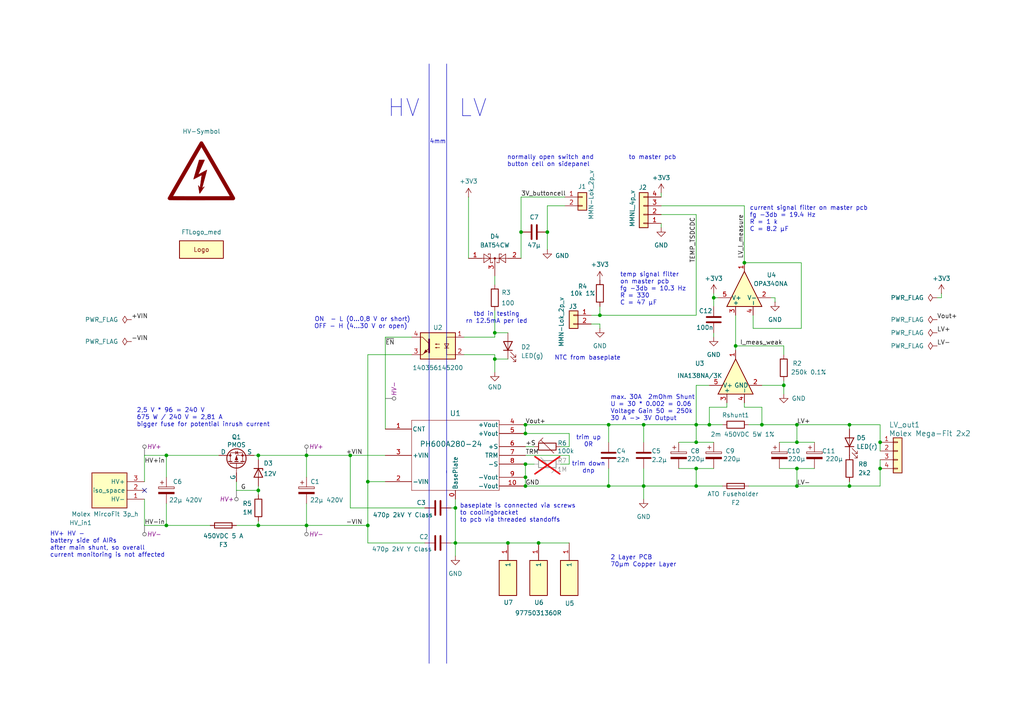
<source format=kicad_sch>
(kicad_sch (version 20231120) (generator "eeschema") (generator_version "8.0")
  (paper "A4")
  (title_block (title "TS-DCDC") (date "2024-12-12") (rev "0.5"))
  (lib_symbols
    (symbol "2024-11-18_21-41-11:PH600A280-24" (pin_names (offset 0.254))
      (property "Reference" "U1" (at 20.32 7.112 0))
      (property "Value" "PH600A280-24" (at 19.05 -1.778 0))
      (symbol "PH600A280-24_1_1"
        (pin passive line (at 20.32 -17.78 90) (length 2.54) (name "BasePlate") (number "0"))
        (pin input line (at 0 2.54 0) (length 7.62) (name "CNT") (number "1"))
        (pin power_out line (at 40.64 -13.97 180) (length 7.62) (name "-Vout") (number "10"))
        (pin power_in line (at 0 -12.7 0) (length 7.62) (name "-VIN") (number "2"))
        (pin power_in line (at 0 -5.08 0) (length 7.62) (name "+VIN") (number "3"))
        (pin power_out line (at 40.64 3.81 180) (length 7.62) (name "+Vout") (number "4"))
        (pin passive line (at 40.64 1.27 180) (length 7.62) (name "+Vout") (number "5"))
        (pin input line (at 40.64 -2.54 180) (length 7.62) (name "+S") (number "6"))
        (pin input line (at 40.64 -5.08 180) (length 7.62) (name "TRM") (number "7"))
        (pin input line (at 40.64 -7.62 180) (length 7.62) (name "-S") (number "8"))
        (pin passive line (at 40.64 -11.43 180) (length 7.62) (name "-Vout") (number "9"))
      )
    )
    (symbol "43650-0317:43650-0317"
      (property "Reference" "HV_in1" (at 18.542 -11.938 0))
      (property "Value" "Molex MircoFit 3p_h" (at 11.43 -9.398 0))
      (symbol "43650-0317_1_1"
        (pin power_out line (at 0 -5.08 0) (length 5.08) (name "HV-") (number "1"))
        (pin passive line (at 0 -2.54 0) (length 5.08) (name "iso_space") (number "2"))
        (pin power_out line (at 0 0 0) (length 5.08) (name "HV+") (number "3"))
      )
    )
    (symbol "9775031360R:9775031360R"
      (property "Reference" "U" (at 16.51 7.62 0))
      (property "Value" "9775031360R" (at 16.51 5.08 0))
      (symbol "9775031360R_1_1"
        (pin passive line (at 0 0 0) (length 5.08) (name "1") (number "1"))
      )
    )
    (symbol "Amplifier_Current:INA138" (pin_names (offset 0.127))
      (property "Reference" "U" (at 3.81 5.08 0))
      (property "Value" "INA138" (at 3.81 2.54 0))
      (symbol "INA138_1_1"
        (pin output line (at 7.62 0 180) (length 2.54) (name "~") (number "1"))
        (pin power_in line (at -2.54 -7.62 90) (length 3.81) (name "GND") (number "2"))
        (pin input line (at -7.62 2.54 0) (length 2.54) (name "+") (number "3"))
        (pin input line (at -7.62 -2.54 0) (length 2.54) (name "-") (number "4"))
        (pin power_in line (at -2.54 7.62 270) (length 3.81) (name "V+") (number "5"))
      )
    )
    (symbol "Amplifier_Operational:OPA340NA" (pin_names (offset 0.127))
      (property "Reference" "U" (at -1.27 6.35 0))
      (property "Value" "OPA340NA" (at -1.27 3.81 0))
      (symbol "OPA340NA_0_1"
        (pin power_in line (at -2.54 -7.62 90) (length 3.81) (name "V-") (number "2"))
        (pin power_in line (at -2.54 7.62 270) (length 3.81) (name "V+") (number "5"))
      )
      (symbol "OPA340NA_1_1"
        (pin output line (at 7.62 0 180) (length 2.54) (name "~") (number "1"))
        (pin input line (at -7.62 2.54 0) (length 2.54) (name "+") (number "3"))
        (pin input line (at -7.62 -2.54 0) (length 2.54) (name "-") (number "4"))
      )
    )
    (symbol "Conn_01x02_1" (pin_names (offset 1.016) hide)
      (property "Reference" "J3" (at -1.016 -5.08 0))
      (property "Value" "MMN-Lok_2p_v" (at 3.556 -7.874 90))
      (symbol "Conn_01x02_1_1_1"
        (pin passive line (at -5.08 -2.54 0) (length 3.81) (name "Pin_1") (number "1"))
        (pin passive line (at -5.08 0 0) (length 3.81) (name "Pin_2") (number "2"))
      )
    )
    (symbol "Conn_01x04_1" (pin_names (offset 1.016) hide)
      (property "Reference" "LV_out1" (at -2.54 7.62 0))
      (property "Value" "Molex Mega-Fit 2x2" (at -2.54 5.08 0))
      (symbol "Conn_01x04_1_1_1"
        (pin power_in line (at -5.08 2.54 0) (length 3.81) (name "Pin_1") (number "1"))
        (pin power_in line (at -5.08 0 0) (length 3.81) (name "Pin_2") (number "2"))
        (pin power_in line (at -5.08 -2.54 0) (length 3.81) (name "Pin_3") (number "3"))
        (pin power_in line (at -5.08 -5.08 0) (length 3.81) (name "Pin_4") (number "4"))
      )
    )
    (symbol "Connector_Generic:Conn_01x02" (pin_names (offset 1.016) hide)
      (property "Reference" "J" (at 0 2.54 0))
      (property "Value" "Conn_01x02" (at 0 -5.08 0))
      (symbol "Conn_01x02_1_1"
        (pin passive line (at -5.08 0 0) (length 3.81) (name "Pin_1") (number "1"))
        (pin passive line (at -5.08 -2.54 0) (length 3.81) (name "Pin_2") (number "2"))
      )
    )
    (symbol "Connector_Generic:Conn_01x04" (pin_names (offset 1.016) hide)
      (property "Reference" "J" (at 0 5.08 0))
      (property "Value" "Conn_01x04" (at 0 -7.62 0))
      (symbol "Conn_01x04_1_1"
        (pin passive line (at -5.08 2.54 0) (length 3.81) (name "Pin_1") (number "1"))
        (pin passive line (at -5.08 0 0) (length 3.81) (name "Pin_2") (number "2"))
        (pin passive line (at -5.08 -2.54 0) (length 3.81) (name "Pin_3") (number "3"))
        (pin passive line (at -5.08 -5.08 0) (length 3.81) (name "Pin_4") (number "4"))
      )
    )
    (symbol "Device:C" (pin_numbers hide) (pin_names (offset 0.254))
      (property "Reference" "C" (at 0.635 2.54 0))
      (property "Value" "C" (at 0.635 -2.54 0))
      (symbol "C_1_1"
        (pin passive line (at 0 3.81 270) (length 2.794) (name "~") (number "1"))
        (pin passive line (at 0 -3.81 90) (length 2.794) (name "~") (number "2"))
      )
    )
    (symbol "Device:C_Polarized" (pin_numbers hide) (pin_names (offset 0.254))
      (property "Reference" "C" (at 0.635 2.54 0))
      (property "Value" "C_Polarized" (at 0.635 -2.54 0))
      (symbol "C_Polarized_1_1"
        (pin passive line (at 0 3.81 270) (length 2.794) (name "~") (number "1"))
        (pin passive line (at 0 -3.81 90) (length 2.794) (name "~") (number "2"))
      )
    )
    (symbol "Device:D_Zener" (pin_numbers hide) (pin_names (offset 1.016) hide)
      (property "Reference" "D" (at 0 2.54 0))
      (property "Value" "D_Zener" (at 0 -2.54 0))
      (symbol "D_Zener_1_1"
        (pin passive line (at -3.81 0 0) (length 2.54) (name "K") (number "1"))
        (pin passive line (at 3.81 0 180) (length 2.54) (name "A") (number "2"))
      )
    )
    (symbol "Device:Fuse" (pin_numbers hide) (pin_names (offset 0))
      (property "Reference" "F" (at 2.032 0 90))
      (property "Value" "Fuse" (at -1.905 0 90))
      (symbol "Fuse_1_1"
        (pin passive line (at 0 3.81 270) (length 1.27) (name "~") (number "1"))
        (pin passive line (at 0 -3.81 90) (length 1.27) (name "~") (number "2"))
      )
    )
    (symbol "Device:LED" (pin_numbers hide) (pin_names (offset 1.016) hide)
      (property "Reference" "D" (at 0 2.54 0))
      (property "Value" "LED" (at 0 -2.54 0))
      (symbol "LED_1_1"
        (pin passive line (at -3.81 0 0) (length 2.54) (name "K") (number "1"))
        (pin passive line (at 3.81 0 180) (length 2.54) (name "A") (number "2"))
      )
    )
    (symbol "Device:R" (pin_numbers hide) (pin_names (offset 0))
      (property "Reference" "R" (at 2.032 0 90))
      (property "Value" "R" (at 0 0 90))
      (symbol "R_1_1"
        (pin passive line (at 0 3.81 270) (length 1.27) (name "~") (number "1"))
        (pin passive line (at 0 -3.81 90) (length 1.27) (name "~") (number "2"))
      )
    )
    (symbol "Device:R_Trim" (pin_numbers hide) (pin_names (offset 0))
      (property "Reference" "R" (at 2.54 -2.54 90))
      (property "Value" "R_Trim" (at -2.54 -0.635 90))
      (symbol "R_Trim_1_1"
        (pin passive line (at 0 3.81 270) (length 1.27) (name "~") (number "1"))
        (pin passive line (at 0 -3.81 90) (length 1.27) (name "~") (number "2"))
      )
    )
    (symbol "Diode:BAT54CW" (pin_names (offset 1.016))
      (property "Reference" "D" (at 0.635 -3.81 0))
      (property "Value" "BAT54CW" (at -6.35 3.175 0))
      (symbol "BAT54CW_1_1"
        (pin passive line (at -7.62 0 0) (length 3.81) (name "~") (number "1"))
        (pin passive line (at 7.62 0 180) (length 3.81) (name "~") (number "2"))
        (pin passive line (at 0 -5.08 90) (length 5.08) (name "~") (number "3"))
      )
    )
    (symbol "FaSTTUBe_logos:FTLogo_med"
      (property "Value" "FTLogo_med" (at 0 -3.81 0))
      (symbol "FTLogo_med_0_0"
        (text "Logo" (at 0 0 0) (effects (font (size 1.27 1.27))))
      )
    )
    (symbol "FaSTTUBe_logos:HV-Symbol" (pin_names (offset 1.016))
      (property "Value" "HV-Symbol" (at 0 -10.16 0))
    )
    (symbol "Fuse_1" (pin_numbers hide) (pin_names (offset 0))
      (property "Reference" "F2" (at 4.826 0 90))
      (property "Value" "ATO Fuseholder" (at 2.286 0.762 90))
      (symbol "Fuse_1_1_1"
        (pin passive line (at 0 3.81 270) (length 1.27) (name "~") (number "1"))
        (pin passive line (at 0 -3.81 90) (length 1.27) (name "~") (number "2"))
      )
    )
    (symbol "Relay_SolidState:34.81-7048"
      (property "Reference" "U2" (at 0 5.334 0))
      (property "Value" "140356145200" (at 0 -6.35 0))
      (symbol "34.81-7048_1_1"
        (pin passive line (at -7.62 2.54 0) (length 2.54) (name "") (number "1"))
        (pin passive line (at -7.62 -2.54 0) (length 2.54) (name "~") (number "2"))
        (pin passive line (at 7.62 -2.54 180) (length 2.54) (name "~") (number "3"))
        (pin passive line (at 7.62 2.54 180) (length 2.54) (name "~") (number "4"))
      )
    )
    (symbol "Simulation_SPICE:PMOS" (pin_numbers hide) (pin_names (offset 0))
      (property "Reference" "Q" (at 5.08 1.27 0))
      (property "Value" "PMOS" (at 5.08 -1.27 0))
      (symbol "PMOS_1_1"
        (pin passive line (at 2.54 5.08 270) (length 2.54) (name "D") (number "1"))
        (pin input line (at -5.08 0 0) (length 2.54) (name "G") (number "2"))
        (pin passive line (at 2.54 -5.08 90) (length 2.54) (name "S") (number "3"))
      )
    )
    (symbol "power:+3V3" (power) (pin_numbers hide) (pin_names (offset 0) hide)
      (property "Value" "+3V3" (at 0 3.556 0))
      (symbol "+3V3_1_1"
        (pin power_in line (at 0 0 90) (length 0) (name "~") (number "1"))
      )
    )
    (symbol "power:GND" (power) (pin_numbers hide) (pin_names (offset 0) hide)
      (property "Value" "GND" (at 0 -3.81 0))
      (symbol "GND_1_1"
        (pin power_in line (at 0 0 270) (length 0) (name "~") (number "1"))
      )
    )
    (symbol "power:PWR_FLAG" (power) (pin_numbers hide) (pin_names (offset 0) hide)
      (property "Value" "PWR_FLAG" (at 0 3.81 0))
      (symbol "PWR_FLAG_0_0"
        (pin power_out line (at 0 0 90) (length 0) (name "~") (number "1"))
      )
    )
  )
  (junction (at 152.4 134.62))
  (junction (at 186.69 123.19))
  (junction (at 207.01 86.36))
  (junction (at 143.51 96.52))
  (junction (at 74.93 152.4))
  (junction (at 74.93 142.24))
  (junction (at 143.51 104.14))
  (junction (at 106.68 139.7))
  (junction (at 48.26 132.08))
  (junction (at 201.93 128.27))
  (junction (at 213.36 100.33))
  (junction (at 231.14 123.19))
  (junction (at 176.53 123.19))
  (junction (at 151.13 67.31))
  (junction (at 152.4 138.43))
  (junction (at 147.32 157.48))
  (junction (at 201.93 135.89))
  (junction (at 48.26 152.4))
  (junction (at 152.4 123.19))
  (junction (at 246.38 123.19))
  (junction (at 132.08 157.48))
  (junction (at 106.68 152.4))
  (junction (at 152.4 140.97))
  (junction (at 88.9 152.4))
  (junction (at 205.74 123.19))
  (junction (at 201.93 123.19))
  (junction (at 176.53 140.97))
  (junction (at 255.27 135.89))
  (junction (at 231.14 128.27))
  (junction (at 88.9 132.08))
  (junction (at 231.14 135.89))
  (junction (at 173.99 91.44))
  (junction (at 158.75 67.31))
  (junction (at 156.21 157.48))
  (junction (at 152.4 125.73))
  (junction (at 201.93 140.97))
  (junction (at 220.98 123.19))
  (junction (at 255.27 128.27))
  (junction (at 74.93 132.08))
  (junction (at 132.08 147.32))
  (junction (at 186.69 140.97))
  (junction (at 215.9 76.2))
  (junction (at 246.38 140.97))
  (junction (at 101.6 132.08))
  (junction (at 227.33 111.76))
  (junction (at 231.14 140.97))
  (no_connect (at 41.91 142.24))
  (wire (pts (xy 231.14 135.89) (xy 231.14 140.97)))
  (wire (pts (xy 231.14 128.27) (xy 236.22 128.27)))
  (wire (pts (xy 41.91 152.4) (xy 41.91 144.78)))
  (wire (pts (xy 176.53 123.19) (xy 176.53 128.27)))
  (wire (pts (xy 48.26 152.4) (xy 60.96 152.4)))
  (wire (pts (xy 176.53 135.89) (xy 176.53 140.97)))
  (wire (pts (xy 111.76 97.79) (xy 111.76 124.46)))
  (wire (pts (xy 158.75 59.69) (xy 158.75 67.31)))
  (wire (pts (xy 201.93 123.19) (xy 205.74 123.19)))
  (wire (pts (xy 152.4 134.62) (xy 154.94 134.62)))
  (wire (pts (xy 226.06 128.27) (xy 231.14 128.27)))
  (wire (pts (xy 201.93 111.76) (xy 205.74 111.76)))
  (wire (pts (xy 73.66 132.08) (xy 74.93 132.08)))
  (wire (pts (xy 273.05 86.36) (xy 271.78 86.36)))
  (wire (pts (xy 143.51 104.14) (xy 143.51 102.87)))
  (wire (pts (xy 106.68 139.7) (xy 111.76 139.7)))
  (wire (pts (xy 151.13 57.15) (xy 163.83 57.15)))
  (wire (pts (xy 132.08 157.48) (xy 130.81 157.48)))
  (wire (pts (xy 143.51 104.14) (xy 143.51 107.95)))
  (wire (pts (xy 106.68 139.7) (xy 106.68 152.4)))
  (wire (pts (xy 201.93 62.23) (xy 201.93 91.44)))
  (wire (pts (xy 173.99 93.98) (xy 171.45 93.98)))
  (wire (pts (xy 143.51 80.01) (xy 143.51 82.55)))
  (wire (pts (xy 132.08 157.48) (xy 147.32 157.48)))
  (wire (pts (xy 205.74 123.19) (xy 209.55 123.19)))
  (wire (pts (xy 165.1 129.54) (xy 162.56 129.54)))
  (wire (pts (xy 134.62 97.79) (xy 143.51 97.79)))
  (wire (pts (xy 207.01 96.52) (xy 207.01 97.79)))
  (wire (pts (xy 201.93 111.76) (xy 201.93 123.19)))
  (wire (pts (xy 210.82 116.84) (xy 210.82 118.11)))
  (wire (pts (xy 210.82 118.11) (xy 205.74 118.11)))
  (wire (pts (xy 135.89 57.15) (xy 135.89 74.93)))
  (wire (pts (xy 74.93 132.08) (xy 88.9 132.08)))
  (wire (pts (xy 218.44 95.25) (xy 232.41 95.25)))
  (wire (pts (xy 165.1 134.62) (xy 165.1 132.08)))
  (wire (pts (xy 227.33 111.76) (xy 227.33 114.3)))
  (wire (pts (xy 152.4 123.19) (xy 176.53 123.19)))
  (polyline (pts (xy 124.46 18.542) (xy 124.46 192.405)))
  (wire (pts (xy 88.9 152.4) (xy 106.68 152.4)))
  (wire (pts (xy 208.28 86.36) (xy 207.01 86.36)))
  (wire (pts (xy 191.77 66.04) (xy 191.77 64.77)))
  (wire (pts (xy 151.13 57.15) (xy 151.13 67.31)))
  (wire (pts (xy 152.4 138.43) (xy 152.4 134.62)))
  (wire (pts (xy 41.91 152.4) (xy 48.26 152.4)))
  (wire (pts (xy 74.93 152.4) (xy 88.9 152.4)))
  (wire (pts (xy 217.17 140.97) (xy 231.14 140.97)))
  (wire (pts (xy 132.08 147.32) (xy 132.08 157.48)))
  (wire (pts (xy 143.51 104.14) (xy 147.32 104.14)))
  (wire (pts (xy 220.98 118.11) (xy 220.98 123.19)))
  (wire (pts (xy 255.27 128.27) (xy 255.27 130.81)))
  (wire (pts (xy 224.79 87.63) (xy 224.79 86.36)))
  (wire (pts (xy 186.69 123.19) (xy 201.93 123.19)))
  (wire (pts (xy 152.4 129.54) (xy 154.94 129.54)))
  (wire (pts (xy 48.26 146.05) (xy 48.26 152.4)))
  (wire (pts (xy 74.93 133.35) (xy 74.93 132.08)))
  (wire (pts (xy 74.93 143.51) (xy 74.93 142.24)))
  (wire (pts (xy 68.58 139.7) (xy 68.58 142.24)))
  (wire (pts (xy 106.68 152.4) (xy 106.68 157.48)))
  (wire (pts (xy 213.36 91.44) (xy 213.36 100.33)))
  (wire (pts (xy 186.69 140.97) (xy 201.93 140.97)))
  (wire (pts (xy 246.38 124.46) (xy 246.38 123.19)))
  (wire (pts (xy 173.99 88.9) (xy 173.99 91.44)))
  (wire (pts (xy 213.36 100.33) (xy 227.33 100.33)))
  (wire (pts (xy 68.58 152.4) (xy 74.93 152.4)))
  (wire (pts (xy 173.99 91.44) (xy 201.93 91.44)))
  (wire (pts (xy 186.69 123.19) (xy 186.69 128.27)))
  (wire (pts (xy 186.69 140.97) (xy 186.69 144.78)))
  (wire (pts (xy 220.98 111.76) (xy 227.33 111.76)))
  (wire (pts (xy 201.93 128.27) (xy 207.01 128.27)))
  (wire (pts (xy 186.69 135.89) (xy 186.69 140.97)))
  (wire (pts (xy 201.93 135.89) (xy 201.93 140.97)))
  (wire (pts (xy 158.75 67.31) (xy 158.75 72.39)))
  (wire (pts (xy 220.98 118.11) (xy 215.9 118.11)))
  (wire (pts (xy 226.06 135.89) (xy 231.14 135.89)))
  (wire (pts (xy 106.68 102.87) (xy 119.38 102.87)))
  (wire (pts (xy 132.08 144.78) (xy 132.08 147.32)))
  (polyline (pts (xy 129.54 136.525) (xy 129.54 192.405)))
  (wire (pts (xy 143.51 96.52) (xy 147.32 96.52)))
  (wire (pts (xy 152.4 123.19) (xy 152.4 125.73)))
  (wire (pts (xy 88.9 132.08) (xy 88.9 138.43)))
  (wire (pts (xy 191.77 57.15) (xy 191.77 55.88)))
  (wire (pts (xy 232.41 76.2) (xy 215.9 76.2)))
  (wire (pts (xy 201.93 140.97) (xy 209.55 140.97)))
  (wire (pts (xy 165.1 125.73) (xy 152.4 125.73)))
  (wire (pts (xy 74.93 142.24) (xy 74.93 140.97)))
  (wire (pts (xy 205.74 118.11) (xy 205.74 123.19)))
  (wire (pts (xy 88.9 132.08) (xy 101.6 132.08)))
  (wire (pts (xy 147.32 157.48) (xy 156.21 157.48)))
  (wire (pts (xy 101.6 132.08) (xy 111.76 132.08)))
  (wire (pts (xy 196.85 128.27) (xy 201.93 128.27)))
  (wire (pts (xy 106.68 102.87) (xy 106.68 139.7)))
  (wire (pts (xy 196.85 135.89) (xy 201.93 135.89)))
  (wire (pts (xy 232.41 95.25) (xy 232.41 76.2)))
  (wire (pts (xy 162.56 134.62) (xy 165.1 134.62)))
  (wire (pts (xy 163.83 59.69) (xy 158.75 59.69)))
  (wire (pts (xy 176.53 123.19) (xy 186.69 123.19)))
  (wire (pts (xy 48.26 132.08) (xy 63.5 132.08)))
  (wire (pts (xy 213.36 100.33) (xy 213.36 101.6)))
  (wire (pts (xy 224.79 86.36) (xy 223.52 86.36)))
  (wire (pts (xy 173.99 91.44) (xy 171.45 91.44)))
  (wire (pts (xy 74.93 151.13) (xy 74.93 152.4)))
  (wire (pts (xy 231.14 135.89) (xy 236.22 135.89)))
  (wire (pts (xy 217.17 123.19) (xy 220.98 123.19)))
  (wire (pts (xy 215.9 59.69) (xy 215.9 76.2)))
  (wire (pts (xy 231.14 140.97) (xy 246.38 140.97)))
  (wire (pts (xy 152.4 140.97) (xy 176.53 140.97)))
  (wire (pts (xy 231.14 123.19) (xy 231.14 128.27)))
  (wire (pts (xy 201.93 135.89) (xy 207.01 135.89)))
  (wire (pts (xy 191.77 59.69) (xy 215.9 59.69)))
  (polyline (pts (xy 129.54 18.542) (xy 129.54 137.16)))
  (wire (pts (xy 123.19 147.32) (xy 101.6 147.32)))
  (wire (pts (xy 246.38 139.7) (xy 246.38 140.97)))
  (wire (pts (xy 152.4 140.97) (xy 152.4 138.43)))
  (wire (pts (xy 255.27 133.35) (xy 255.27 135.89)))
  (wire (pts (xy 246.38 123.19) (xy 255.27 123.19)))
  (wire (pts (xy 68.58 142.24) (xy 74.93 142.24)))
  (wire (pts (xy 176.53 140.97) (xy 186.69 140.97)))
  (wire (pts (xy 173.99 93.98) (xy 173.99 95.25)))
  (wire (pts (xy 215.9 118.11) (xy 215.9 116.84)))
  (wire (pts (xy 152.4 132.08) (xy 165.1 132.08)))
  (wire (pts (xy 143.51 96.52) (xy 143.51 90.17)))
  (wire (pts (xy 255.27 135.89) (xy 255.27 140.97)))
  (wire (pts (xy 151.13 67.31) (xy 151.13 74.93)))
  (wire (pts (xy 143.51 97.79) (xy 143.51 96.52)))
  (wire (pts (xy 246.38 140.97) (xy 255.27 140.97)))
  (wire (pts (xy 165.1 129.54) (xy 165.1 125.73)))
  (wire (pts (xy 132.08 147.32) (xy 130.81 147.32)))
  (wire (pts (xy 132.08 161.29) (xy 132.08 157.48)))
  (wire (pts (xy 101.6 147.32) (xy 101.6 132.08)))
  (wire (pts (xy 48.26 132.08) (xy 48.26 138.43)))
  (wire (pts (xy 273.05 85.09) (xy 273.05 86.36)))
  (wire (pts (xy 106.68 157.48) (xy 123.19 157.48)))
  (wire (pts (xy 111.76 97.79) (xy 119.38 97.79)))
  (wire (pts (xy 165.1 157.48) (xy 156.21 157.48)))
  (wire (pts (xy 227.33 100.33) (xy 227.33 102.87)))
  (wire (pts (xy 220.98 123.19) (xy 231.14 123.19)))
  (wire (pts (xy 41.91 132.08) (xy 48.26 132.08)))
  (wire (pts (xy 207.01 86.36) (xy 207.01 85.09)))
  (wire (pts (xy 41.91 132.08) (xy 41.91 139.7)))
  (wire (pts (xy 255.27 123.19) (xy 255.27 128.27)))
  (wire (pts (xy 207.01 86.36) (xy 207.01 88.9)))
  (wire (pts (xy 227.33 110.49) (xy 227.33 111.76)))
  (wire (pts (xy 143.51 102.87) (xy 134.62 102.87)))
  (wire (pts (xy 231.14 123.19) (xy 246.38 123.19)))
  (wire (pts (xy 201.93 62.23) (xy 191.77 62.23)))
  (wire (pts (xy 218.44 95.25) (xy 218.44 91.44)))
  (wire (pts (xy 88.9 152.4) (xy 88.9 146.05)))
  (wire (pts (xy 201.93 123.19) (xy 201.93 128.27)))
  (text "trim down\ndnp" (at 170.688 135.636 0) (effects (font (size 1.27 1.27))))
  (text " ON  - L (0...0,8 V or short)\nOFF - H (4...30 V or open)" (at 104.648 93.726 0) (effects (font (size 1.27 1.27))))
  (text "max. 30A  2mOhm Shunt \nU = 30 * 0.002 = 0.06\nVoltage Gain 50 = 250k\n30 A -> 3V Output\n" (at 177.038 118.364 0) (effects (font (size 1.27 1.27)) (justify left)))
  (text "trim up\n0R" (at 170.688 128.016 0) (effects (font (size 1.27 1.27))))
  (text "2,5 V * 96 = 240 V\n675 W / 240 V = 2,81 A\nbigger fuse for potential inrush current\n\n" (at 39.624 122.174 0) (effects (font (size 1.27 1.27)) (justify left)))
  (text "current signal filter on master pcb\nfg -3db = 19.4 Hz\nR = 1 k\nC = 8.2 µF\n" (at 217.424 63.5 0) (effects (font (size 1.27 1.27)) (justify left)))
  (text "LV" (at 137.16 31.496 0) (effects (font (size 5 5))))
  (text "4mm" (at 127 41.148 0) (effects (font (size 1.27 1.27))))
  (text "normally open switch and\nbutton cell on sidepanel\n " (at 147.066 44.958 0) (effects (font (size 1.27 1.27)) (justify left top)))
  (text "NTC from baseplate" (at 170.434 103.886 0) (effects (font (size 1.27 1.27))))
  (text "HV" (at 117.094 31.496 0) (effects (font (size 5 5))))
  (text "HV+ HV -\nbattery side of AIRs\nafter main shunt, so overall \ncurrent monitoring is not affected" (at 14.478 157.988 0) (effects (font (size 1.27 1.27)) (justify left)))
  (text "to master pcb" (at 189.23 45.72 0) (effects (font (size 1.27 1.27))))
  (text "baseplate is connected via screws \nto coolingbracket\nto pcb via threaded standoffs\n" (at 133.35 148.844 0) (effects (font (size 1.27 1.27)) (justify left)))
  (text "temp signal filter \non master pcb\nfg -3db = 10.3 Hz\nR = 330\nC = 47 µF" (at 179.832 83.82 0) (effects (font (size 1.27 1.27)) (justify left)))
  (text "2 Layer PCB \n70µm Copper Layer\n" (at 177.038 162.814 0) (effects (font (size 1.27 1.27)) (justify left)))
  (text "tbd in testing\nrn 12.5mA per led" (at 144.018 92.202 0) (effects (font (size 1.27 1.27))))
  (label "LV+" (at 231.14 123.19 0))
  (label "+VIN" (at 38.1 92.71 0))
  (label "LV-" (at 231.14 140.97 0))
  (label "GND" (at 152.4 140.97 0))
  (label "TEMP_TSDCDC" (at 201.93 76.2 90))
  (label "LV-" (at 271.78 100.33 0))
  (label "Vout+" (at 271.78 92.71 0))
  (label "G" (at 69.85 142.24 0))
  (label "+S" (at 152.4 129.54 0))
  (label "-VIN" (at 38.1 99.06 0))
  (label "TRM" (at 152.4 132.08 0))
  (label "-VIN" (at 100.33 152.4 0))
  (label "LV_I_measure" (at 215.9 74.93 90))
  (label "HV+in" (at 41.91 134.62 0))
  (label "I_meas_weak" (at 214.63 100.33 0))
  (label "3V_buttoncell" (at 151.13 57.15 0))
  (label "HV-in" (at 41.91 152.4 0))
  (label "~{EN}" (at 111.76 100.33 0))
  (label "Vout+" (at 152.4 123.19 0))
  (label "+VIN" (at 100.33 132.08 0))
  (label "LV+" (at 271.78 96.52 0))
  (netclass_flag "" (length 2.54) (shape round) (at 41.91 132.08 0) (property "Netclass" "HV+" (at 42.6085 129.54 0) (effects (font (italic yes)) (justify left))))
  (netclass_flag "" (length 2.54) (shape round) (at 41.91 152.4 180) (property "Netclass" "HV-" (at 42.6085 154.94 0) (effects (font (italic yes)) (justify left))))
  (netclass_flag "" (length 2.54) (shape round) (at 111.76 115.57 270) (property "Netclass" "HV-" (at 114.3 114.8715 90) (effects (font (italic yes)) (justify left))))
  (netclass_flag "" (length 2.54) (shape round) (at 88.9 132.08 0) (property "Netclass" "HV+" (at 89.5985 129.54 0) (effects (font (italic yes)) (justify left))))
  (netclass_flag "" (length 2.54) (shape round) (at 68.58 142.24 180) (property "Netclass" "HV+" (at 67.8815 144.78 0) (effects (font (italic yes)) (justify right))))
  (netclass_flag "" (length 2.54) (shape round) (at 88.9 152.4 180) (property "Netclass" "HV-" (at 89.5985 154.94 0) (effects (font (italic yes)) (justify left))))
  (symbol (lib_id "9775031360R:9775031360R") (at 165.1 157.48 270) (unit 1)
    (property "Reference" "U5" (at 163.83 175.006 90) (effects (justify left)))
    (property "Value" "9775031360R" (effects (hide yes)))
    (property "Footprint" "9775031360R" (effects (hide yes)))
    (property "Datasheet" "https://www.we-online.com/components/products/datasheet/9775031360R.pdf" (effects (hide yes)))
    (property "Description" "Round Standoff Threaded M3 Steel 0.039\" (1.00mm)" (effects (hide yes)))
    (property "Height" "4.2" (effects (hide yes)))
    (property "Mouser Part Number" "710-9775031360R" (effects (hide yes)))
    (property "Mouser Price/Stock" "https://www.mouser.co.uk/ProductDetail/Wurth-Elektronik/9775031360R?qs=lBTPRtX1sU%252BooRt%2F6rjYpA%3D%3D" (effects (hide yes)))
    (property "Manufacturer_Name" "Wurth Elektronik" (effects (hide yes)))
    (property "Manufacturer_Part_Number" "9775031360R" (effects (hide yes)))
  )
  (symbol (lib_id "Device:LED") (at 147.32 100.33 90) (unit 1)
    (property "Reference" "D2" (at 151.13 100.6474 90) (effects (justify right)))
    (property "Value" "LED(g)" (at 151.13 103.1874 90) (effects (justify right)))
    (property "Footprint" "LED_SMD:LED_0603_1608Metric" (effects (hide yes)))
    (property "Description" "Light emitting diode" (effects (hide yes)))
  )
  (symbol (lib_id "Device:C_Polarized") (at 196.85 132.08 0) (unit 1)
    (property "Reference" "C8" (at 202.946 130.81 0) (effects (justify right)))
    (property "Value" "220µ" (at 204.47 133.096 0) (effects (justify right)))
    (property "Footprint" "Capacitor_THT:CP_Radial_D10.0mm_P5.00mm" (effects (hide yes)))
    (property "Datasheet" "https://mou.sr/3E8B9GR" (effects (hide yes)))
    (property "Description" "Polarized capacitor" (effects (hide yes)))
  )
  (symbol (lib_id "Device:C") (at 176.53 132.08 0) (unit 1)
    (property "Reference" "C4" (at 178.816 130.81 0) (effects (justify left)))
    (property "Value" "22n" (at 178.816 133.35 0) (effects (justify left)))
    (property "Footprint" "Capacitor_SMD:C_1206_3216Metric" (effects (hide yes)))
    (property "Description" "Unpolarized capacitor" (effects (hide yes)))
  )
  (symbol (lib_id "Device:R") (at 74.93 147.32 0) (unit 1)
    (property "Reference" "R5" (at 70.358 146.05 0) (effects (justify left)))
    (property "Value" "1M" (at 70.358 148.59 0) (effects (justify left)))
    (property "Footprint" "Resistor_SMD:R_2010_5025Metric" (effects (hide yes)))
    (property "Description" "Resistor" (effects (hide yes)))
  )
  (symbol (lib_id "Device:R") (at 246.38 135.89 0) (unit 1)
    (property "Reference" "R8" (at 248.92 134.6199 0) (effects (justify left)))
    (property "Value" "2k2" (at 248.92 137.1599 0) (effects (justify left)))
    (property "Footprint" "Resistor_SMD:R_0603_1608Metric" (effects (hide yes)))
    (property "Description" "Resistor" (effects (hide yes)))
  )
  (symbol (lib_id "Connector_Generic:Conn_01x04") (at 186.69 62.23 180) (unit 1)
    (property "Reference" "J2" (at 186.436 54.356 0))
    (property "Value" "MMNL_4p_v" (at 183.388 60.452 90))
    (property "Footprint" "FaSTTUBe_connectors:Micro_Mate-N-Lok_4p_vertical" (effects (hide yes)))
    (property "Description" "Generic connector, single row, 01x04, script generated (kicad-library-utils/schlib/autogen/connector/)" (effects (hide yes)))
  )
  (symbol (lib_id "power:GND") (at 186.69 144.78 0) (unit 1)
    (property "Reference" "#PWR01" (effects (hide yes)))
    (property "Value" "GND" (at 186.69 149.86 0))
    (property "Description" "Power symbol creates a global label with name \"GND\" , ground" (effects (hide yes)))
  )
  (symbol (lib_id "Device:D_Zener") (at 74.93 137.16 270) (unit 1)
    (property "Reference" "D3" (at 76.454 134.366 90) (effects (justify left)))
    (property "Value" "12V" (at 76.454 137.414 90) (effects (justify left)))
    (property "Footprint" "Diode_SMD:D_SOD-323" (effects (hide yes)))
    (property "Datasheet" "https://assets.nexperia.com/documents/data-sheet/PDZ-B_SER.pdf" (effects (hide yes)))
    (property "Description" "Zener diode" (effects (hide yes)))
  )
  (symbol (lib_id "power:PWR_FLAG") (at 38.1 92.71 90) (unit 1)
    (property "Reference" "#FLG02" (effects (hide yes)))
    (property "Value" "PWR_FLAG" (at 34.29 92.7099 90) (effects (justify left)))
    (property "Description" "Special symbol for telling ERC where power comes from" (effects (hide yes)))
  )
  (symbol (lib_id "power:+3V3") (at 191.77 55.88 0) (mirror y) (unit 1)
    (property "Reference" "#PWR05" (effects (hide yes)))
    (property "Value" "+3V3" (at 191.77 51.562 0))
    (property "Description" "Power symbol creates a global label with name \"+3V3\"" (effects (hide yes)))
  )
  (symbol (lib_id "Amplifier_Operational:OPA340NA") (at 215.9 83.82 90) (unit 1)
    (property "Reference" "U4" (at 223.774 79.756 90))
    (property "Value" "OPA340NA" (at 223.52 82.296 90))
    (property "Footprint" "Package_TO_SOT_SMD:SOT-23-5" (effects (hide yes)))
    (property "Datasheet" "http://www.ti.com/lit/ds/symlink/opa340.pdf" (effects (hide yes)))
    (property "Description" "Single Single-Supply, Rail-to-Rail Operational Amplifier, MicroAmplifier Series, SOT-23-5" (effects (hide yes)))
  )
  (symbol (lib_id "Device:C_Polarized") (at 226.06 132.08 0) (unit 1)
    (property "Reference" "C10" (at 232.156 130.81 0) (effects (justify right)))
    (property "Value" "220µ" (at 233.68 133.096 0) (effects (justify right)))
    (property "Footprint" "Capacitor_THT:CP_Radial_D10.0mm_P5.00mm" (effects (hide yes)))
    (property "Datasheet" "https://mou.sr/3E8B9GR" (effects (hide yes)))
    (property "Description" "Polarized capacitor" (effects (hide yes)))
  )
  (symbol (lib_id "Device:LED") (at 246.38 128.27 90) (unit 1)
    (property "Reference" "D5" (at 248.412 127 90) (effects (justify right)))
    (property "Value" "LED(r)" (at 248.412 129.54 90) (effects (justify right)))
    (property "Footprint" "LED_SMD:LED_0603_1608Metric" (effects (hide yes)))
    (property "Description" "Light emitting diode" (effects (hide yes)))
  )
  (symbol (lib_id "Device:C_Polarized") (at 88.9 142.24 0) (unit 1)
    (property "Reference" "C1" (at 92.71 139.7 0) (effects (justify right)))
    (property "Value" "22µ 420V" (at 99.568 145.034 0) (effects (justify right)))
    (property "Footprint" "Capacitor_THT:CP_Radial_D12.5mm_P5.00mm" (effects (hide yes)))
    (property "Datasheet" "https://www.mouser.de/ProductDetail/Chemi-Con/EKXN451ELL220MK16S?qs=eP2BKZSCXI45cEkx%2FZPDFw%3D%3D" (effects (hide yes)))
    (property "Description" "Polarized capacitor" (effects (hide yes)))
  )
  (symbol (lib_id "Device:C") (at 127 157.48 90) (unit 1)
    (property "Reference" "C2" (at 122.936 155.702 90))
    (property "Value" "470p 2kV Y Class" (at 116.586 159.258 90))
    (property "Footprint" "footprints:VY1471M29Y5UC63V0" (effects (hide yes)))
    (property "Datasheet" "https://www.vishay.com/docs/28537/vy1series.pdf" (effects (hide yes)))
    (property "Description" "Unpolarized capacitor" (effects (hide yes)))
  )
  (symbol (lib_id "power:PWR_FLAG") (at 271.78 100.33 90) (unit 1)
    (property "Reference" "#FLG05" (effects (hide yes)))
    (property "Value" "PWR_FLAG" (at 267.97 100.3299 90) (effects (justify left)))
    (property "Description" "Special symbol for telling ERC where power comes from" (effects (hide yes)))
  )
  (symbol (lib_id "Device:C_Polarized") (at 207.01 132.08 0) (unit 1)
    (property "Reference" "C9" (at 213.106 130.81 0) (effects (justify right)))
    (property "Value" "220µ" (at 214.884 133.096 0) (effects (justify right)))
    (property "Footprint" "Capacitor_THT:CP_Radial_D10.0mm_P5.00mm" (effects (hide yes)))
    (property "Datasheet" "https://mou.sr/3E8B9GR" (effects (hide yes)))
    (property "Description" "Polarized capacitor" (effects (hide yes)))
  )
  (symbol (lib_id "9775031360R:9775031360R") (at 156.21 157.48 270) (unit 1)
    (property "Reference" "U6" (at 154.94 174.752 90) (effects (justify left)))
    (property "Value" "9775031360R" (at 149.352 177.8 90) (effects (justify left)))
    (property "Footprint" "9775031360R" (effects (hide yes)))
    (property "Datasheet" "https://www.we-online.com/components/products/datasheet/9775031360R.pdf" (effects (hide yes)))
    (property "Description" "Round Standoff Threaded M3 Steel 0.039\" (1.00mm)" (effects (hide yes)))
    (property "Height" "4.2" (effects (hide yes)))
    (property "Mouser Part Number" "710-9775031360R" (effects (hide yes)))
    (property "Mouser Price/Stock" "https://www.mouser.co.uk/ProductDetail/Wurth-Elektronik/9775031360R?qs=lBTPRtX1sU%252BooRt%2F6rjYpA%3D%3D" (effects (hide yes)))
    (property "Manufacturer_Name" "Wurth Elektronik" (effects (hide yes)))
    (property "Manufacturer_Part_Number" "9775031360R" (effects (hide yes)))
  )
  (symbol (lib_id "power:GND") (at 207.01 97.79 0) (unit 1)
    (property "Reference" "#PWR013" (effects (hide yes)))
    (property "Value" "GND" (at 207.01 102.87 0))
    (property "Description" "Power symbol creates a global label with name \"GND\" , ground" (effects (hide yes)))
  )
  (symbol (lib_id "2024-11-18_21-41-11:PH600A280-24") (at 111.76 127 0) (unit 1)
    (property "Reference" "U1" (at 132.08 119.888 0) (effects (font (size 1.524 1.524))))
    (property "Value" "PH600A280-24" (at 130.81 128.778 0) (effects (font (size 1.524 1.524))))
    (property "Footprint" "footprints:PH300A_thru_PH600A_TDK" (effects (hide yes)))
    (property "Datasheet" "https://product.tdk.com/system/files/dam/doc/product/power/switching-power/dc-dc-converter/catalog/ph-a280_e.pdf" (effects (hide yes)))
  )
  (symbol (lib_id "power:PWR_FLAG") (at 271.78 86.36 90) (unit 1)
    (property "Reference" "#FLG01" (effects (hide yes)))
    (property "Value" "PWR_FLAG" (at 267.97 86.36 90) (effects (justify left)))
    (property "Description" "Special symbol for telling ERC where power comes from" (effects (hide yes)))
  )
  (symbol (lib_id "Device:C") (at 154.94 67.31 90) (unit 1)
    (property "Reference" "C7" (at 154.94 62.992 90))
    (property "Value" "47µ" (at 154.94 71.12 90))
    (property "Footprint" "Capacitor_SMD:C_1210_3225Metric" (effects (hide yes)))
    (property "Description" "Unpolarized capacitor" (effects (hide yes)))
  )
  (symbol (lib_id "power:+3V3") (at 173.99 81.28 0) (mirror y) (unit 1)
    (property "Reference" "#PWR08" (effects (hide yes)))
    (property "Value" "+3V3" (at 173.99 76.708 0))
    (property "Description" "Power symbol creates a global label with name \"+3V3\"" (effects (hide yes)))
  )
  (symbol (lib_id "FaSTTUBe_logos:HV-Symbol") (at 58.42 49.53 0) (unit 1)
    (property "Reference" "#Logo2" (effects (hide yes)))
    (property "Value" "HV-Symbol" (at 58.4225 38.1 0))
    (property "Footprint" "FaSTTUBe_logos:HV-Warning" (effects (hide yes)))
  )
  (symbol (lib_id "Device:C_Polarized") (at 48.26 142.24 0) (unit 1)
    (property "Reference" "C6" (at 52.832 139.7 0) (effects (justify right)))
    (property "Value" "22µ 420V" (at 58.674 145.034 0) (effects (justify right)))
    (property "Footprint" "Capacitor_THT:CP_Radial_D12.5mm_P5.00mm" (effects (hide yes)))
    (property "Datasheet" "https://www.mouser.de/ProductDetail/Chemi-Con/EKXN451ELL220MK16S?qs=eP2BKZSCXI45cEkx%2FZPDFw%3D%3D" (effects (hide yes)))
    (property "Description" "Polarized capacitor" (effects (hide yes)))
  )
  (symbol (lib_id "power:GND") (at 227.33 114.3 0) (unit 1)
    (property "Reference" "#PWR02" (effects (hide yes)))
    (property "Value" "GND" (at 231.648 115.57 0))
    (property "Description" "Power symbol creates a global label with name \"GND\" , ground" (effects (hide yes)))
  )
  (symbol (lib_id "Device:C_Polarized") (at 236.22 132.08 0) (unit 1)
    (property "Reference" "C11" (at 242.316 130.81 0) (effects (justify right)))
    (property "Value" "220µ" (at 244.602 133.096 0) (effects (justify right)))
    (property "Footprint" "Capacitor_THT:CP_Radial_D10.0mm_P5.00mm" (effects (hide yes)))
    (property "Datasheet" "https://mou.sr/3E8B9GR" (effects (hide yes)))
    (property "Description" "Polarized capacitor" (effects (hide yes)))
  )
  (symbol (lib_id "Device:R_Trim") (at 158.75 134.62 270) (unit 1) (dnp yes)
    (property "Reference" "R7" (at 163.068 133.604 90))
    (property "Value" "1M" (at 163.068 136.144 90))
    (property "Footprint" "Potentiometer_SMD:Potentiometer_Bourns_TC33X_Vertical" (effects (hide yes)))
    (property "Description" "Trimmable resistor (preset resistor)" (effects (hide yes)))
  )
  (symbol (lib_id "power:GND") (at 132.08 161.29 0) (unit 1)
    (property "Reference" "#PWR010" (effects (hide yes)))
    (property "Value" "GND" (at 132.08 166.37 0))
    (property "Description" "Power symbol creates a global label with name \"GND\" , ground" (effects (hide yes)))
  )
  (symbol (lib_id "Relay_SolidState:34.81-7048") (at 127 100.33 0) (mirror y) (unit 1)
    (property "Reference" "U2" (at 127 94.996 0))
    (property "Value" "140356145200" (at 127 106.68 0))
    (property "Footprint" "footprints:SOP254P700X210-4N" (effects (hide yes)))
    (property "Datasheet" "https://www.we-online.com/components/products/datasheet/140356145200.pdf" (effects (hide yes)))
    (property "Description" "Ultra-Slim Solid-State Relay, 0.1A, 48V DC output switching" (effects (hide yes)))
  )
  (symbol (lib_name "Conn_01x04_1") (lib_id "Connector_Generic:Conn_01x04") (at 260.35 130.81 0) (unit 1)
    (property "Reference" "LV_out1" (at 257.81 123.19 0) (effects (font (size 1.524 1.524)) (justify left)))
    (property "Value" "Molex Mega-Fit 2x2" (at 257.81 125.73 0) (effects (font (size 1.524 1.524)) (justify left)))
    (property "Footprint" "footprints:CONN_SD-76825-0100_04_MOL" (effects (hide yes)))
    (property "Datasheet" "https://www.molex.com/en-us/products/part-detail/768250004" (effects (hide yes)))
    (property "Description" "Generic connector, single row, 01x04, script generated (kicad-library-utils/schlib/autogen/connector/)" (effects (hide yes)))
  )
  (symbol (lib_id "Device:Fuse") (at 64.77 152.4 90) (mirror x) (unit 1)
    (property "Reference" "F3" (at 64.77 157.988 90))
    (property "Value" "450VDC 5 A" (at 64.77 155.448 90))
    (property "Footprint" "footprints:0ACG5000TE" (effects (hide yes)))
    (property "Datasheet" "https://www.mouser.de/datasheet/2/643/ds_CP_0ACG_series-2000946.pdf" (effects (hide yes)))
    (property "Description" "Fuse" (effects (hide yes)))
  )
  (symbol (lib_id "power:+3V3") (at 135.89 57.15 0) (unit 1)
    (property "Reference" "#PWR09" (effects (hide yes)))
    (property "Value" "+3V3" (at 135.89 52.578 0))
    (property "Description" "Power symbol creates a global label with name \"+3V3\"" (effects (hide yes)))
  )
  (symbol (lib_id "power:PWR_FLAG") (at 38.1 99.06 90) (unit 1)
    (property "Reference" "#FLG03" (effects (hide yes)))
    (property "Value" "PWR_FLAG" (at 34.29 99.0599 90) (effects (justify left)))
    (property "Description" "Special symbol for telling ERC where power comes from" (effects (hide yes)))
  )
  (symbol (lib_id "9775031360R:9775031360R") (at 147.32 157.48 270) (unit 1)
    (property "Reference" "U7" (at 146.05 174.752 90) (effects (justify left)))
    (property "Value" "9775031360R" (effects (hide yes)))
    (property "Footprint" "9775031360R" (effects (hide yes)))
    (property "Datasheet" "https://www.we-online.com/components/products/datasheet/9775031360R.pdf" (effects (hide yes)))
    (property "Description" "Round Standoff Threaded M3 Steel 0.039\" (1.00mm)" (effects (hide yes)))
    (property "Height" "4.2" (effects (hide yes)))
    (property "Mouser Part Number" "710-9775031360R" (effects (hide yes)))
    (property "Mouser Price/Stock" "https://www.mouser.co.uk/ProductDetail/Wurth-Elektronik/9775031360R?qs=lBTPRtX1sU%252BooRt%2F6rjYpA%3D%3D" (effects (hide yes)))
    (property "Manufacturer_Name" "Wurth Elektronik" (effects (hide yes)))
    (property "Manufacturer_Part_Number" "9775031360R" (effects (hide yes)))
  )
  (symbol (lib_id "power:GND") (at 173.99 95.25 0) (unit 1)
    (property "Reference" "#PWR06" (effects (hide yes)))
    (property "Value" "GND" (at 173.99 100.33 0))
    (property "Description" "Power symbol creates a global label with name \"GND\" , ground" (effects (hide yes)))
  )
  (symbol (lib_id "Device:R") (at 173.99 85.09 0) (unit 1)
    (property "Reference" "R4" (at 167.64 83.058 0) (effects (justify left)))
    (property "Value" "10k 1%" (at 165.354 85.09 0) (effects (justify left)))
    (property "Footprint" "Resistor_SMD:R_0603_1608Metric" (effects (hide yes)))
    (property "Description" "Resistor" (effects (hide yes)))
  )
  (symbol (lib_name "Fuse_1") (lib_id "Device:Fuse") (at 213.36 140.97 90) (mirror x) (unit 1)
    (property "Reference" "F2" (at 213.36 145.796 90))
    (property "Value" "ATO Fuseholder" (at 212.598 143.256 90))
    (property "Footprint" "footprints:01000066Z" (effects (hide yes)))
    (property "Datasheet" "https://www.littelfuse.com/assetdocs/littelfuse_fuseclip_100_datasheet.pdf?assetguid=9960882e-3537-4a71-b411-c6d6ebc326a9" (effects (hide yes)))
    (property "Description" "Fuse" (effects (hide yes)))
  )
  (symbol (lib_id "Device:R") (at 213.36 123.19 90) (unit 1)
    (property "Reference" "Rshunt1" (at 213.36 120.396 90))
    (property "Value" "2m 450VDC 5W 1%" (at 215.392 125.984 90))
    (property "Footprint" "Resistor_SMD:R_2512_6332Metric" (effects (hide yes)))
    (property "Datasheet" "https://www.mouser.de/datasheet/2/54/css2h_2512-1862180.pdf" (effects (hide yes)))
    (property "Description" "Resistor" (effects (hide yes)))
  )
  (symbol (lib_id "power:+3V3") (at 273.05 85.09 0) (mirror y) (unit 1)
    (property "Reference" "#PWR014" (effects (hide yes)))
    (property "Value" "+3V3" (at 273.05 80.772 0))
    (property "Description" "Power symbol creates a global label with name \"+3V3\"" (effects (hide yes)))
  )
  (symbol (lib_id "Diode:BAT54CW") (at 143.51 74.93 0) (unit 1)
    (property "Reference" "D4" (at 143.51 68.58 0))
    (property "Value" "BAT54CW" (at 143.51 71.12 0))
    (property "Footprint" "Package_TO_SOT_SMD:SOT-323_SC-70" (effects (hide yes)))
    (property "Datasheet" "https://assets.nexperia.com/documents/data-sheet/BAT54W_SER.pdf" (effects (hide yes)))
    (property "Description" "Dual schottky barrier diode, common cathode, SOT-323" (effects (hide yes)))
  )
  (symbol (lib_id "Device:C") (at 207.01 92.71 0) (unit 1)
    (property "Reference" "C12" (at 202.692 90.17 0) (effects (justify left)))
    (property "Value" "100n" (at 201.93 94.996 0) (effects (justify left)))
    (property "Footprint" "Capacitor_SMD:C_0603_1608Metric" (effects (hide yes)))
    (property "Description" "Unpolarized capacitor" (effects (hide yes)))
  )
  (symbol (lib_id "Device:C") (at 127 147.32 270) (unit 1)
    (property "Reference" "C3" (at 122.174 145.796 90))
    (property "Value" "470p 2kV Y Class" (at 116.84 149.352 90))
    (property "Footprint" "footprints:VY1471M29Y5UC63V0" (effects (hide yes)))
    (property "Datasheet" "https://www.vishay.com/docs/28537/vy1series.pdf" (effects (hide yes)))
    (property "Description" "Unpolarized capacitor" (effects (hide yes)))
  )
  (symbol (lib_id "Device:R") (at 227.33 106.68 0) (unit 1)
    (property "Reference" "R2" (at 229.87 105.4099 0) (effects (justify left)))
    (property "Value" "250k 0.1%" (at 229.362 107.95 0) (effects (justify left)))
    (property "Footprint" "Resistor_SMD:R_0805_2012Metric" (effects (hide yes)))
    (property "Datasheet" "https://www.mouser.de/datasheet/2/385/SEI_RNCF-3077647.pdf" (effects (hide yes)))
    (property "Description" "Resistor" (effects (hide yes)))
  )
  (symbol (lib_id "FaSTTUBe_logos:FTLogo_med") (at 58.42 72.39 0) (unit 1)
    (property "Reference" "#Logo1" (effects (hide yes)))
    (property "Value" "FTLogo_med" (at 58.42 67.31 0))
    (property "Footprint" "FaSTTUBe_logos:FTLogo_medium" (effects (hide yes)))
  )
  (symbol (lib_id "power:GND") (at 224.79 87.63 0) (unit 1)
    (property "Reference" "#PWR011" (effects (hide yes)))
    (property "Value" "GND" (at 224.79 92.71 0))
    (property "Description" "Power symbol creates a global label with name \"GND\" , ground" (effects (hide yes)))
  )
  (symbol (lib_id "power:+3V3") (at 207.01 85.09 0) (mirror y) (unit 1)
    (property "Reference" "#PWR012" (effects (hide yes)))
    (property "Value" "+3V3" (at 207.01 80.772 0))
    (property "Description" "Power symbol creates a global label with name \"+3V3\"" (effects (hide yes)))
  )
  (symbol (lib_name "Conn_01x02_1") (lib_id "Connector_Generic:Conn_01x02") (at 166.37 93.98 180) (unit 1)
    (property "Reference" "J3" (at 167.386 88.9 0) (effects (justify left)))
    (property "Value" "MMN-Lok_2p_v" (at 162.814 86.106 90) (effects (justify left)))
    (property "Footprint" "FaSTTUBe_connectors:Micro_Mate-N-Lok_2p_vertical" (effects (hide yes)))
    (property "Description" "Generic connector, single row, 01x02, script generated (kicad-library-utils/schlib/autogen/connector/)" (effects (hide yes)))
  )
  (symbol (lib_id "Device:R") (at 143.51 86.36 0) (unit 1)
    (property "Reference" "R3" (at 146.812 84.836 0))
    (property "Value" "100" (at 147.32 87.884 0))
    (property "Footprint" "Resistor_SMD:R_0603_1608Metric" (effects (hide yes)))
    (property "Description" "Resistor" (effects (hide yes)))
  )
  (symbol (lib_id "power:PWR_FLAG") (at 271.78 92.71 90) (unit 1)
    (property "Reference" "#FLG06" (effects (hide yes)))
    (property "Value" "PWR_FLAG" (at 267.97 92.7099 90) (effects (justify left)))
    (property "Description" "Special symbol for telling ERC where power comes from" (effects (hide yes)))
  )
  (symbol (lib_id "power:GND") (at 143.51 107.95 0) (unit 1)
    (property "Reference" "#PWR07" (effects (hide yes)))
    (property "Value" "GND" (at 143.51 112.268 0))
    (property "Description" "Power symbol creates a global label with name \"GND\" , ground" (effects (hide yes)))
  )
  (symbol (lib_id "43650-0317:43650-0317") (at 41.91 139.7 0) (mirror y) (unit 1)
    (property "Reference" "HV_in1" (at 23.368 151.638 0))
    (property "Value" "Molex MircoFit 3p_h" (at 30.48 149.098 0))
    (property "Footprint" "Connector_Molex:Molex_Micro-Fit_3.0_43650-0310_1x03-1MP_P3.00mm_Horizontal_PnP" (effects (hide yes)))
    (property "Datasheet" "https://www.molex.com/en-us/products/part-detail/436500310?display=pdf" (effects (hide yes)))
    (property "Description" "Micro-Fit 3.0 Vertical Header, 3.00mm Pitch, Single Row, 3 Circuits, with PCB Polarizing Peg, Glow-Wire Capable, Black" (effects (hide yes)))
    (property "Height" "9.9" (effects (hide yes)))
    (property "Mouser Part Number" "538-43650-0317" (effects (hide yes)))
    (property "Mouser Price/Stock" "https://www.mouser.co.uk/ProductDetail/Molex/43650-0317?qs=Nb99Pa9xYq%2Fi%252B%2FVbiejqUg%3D%3D" (effects (hide yes)))
    (property "Manufacturer_Name" "Molex" (effects (hide yes)))
    (property "Manufacturer_Part_Number" "43650-0317" (effects (hide yes)))
  )
  (symbol (lib_id "power:GND") (at 158.75 72.39 0) (unit 1)
    (property "Reference" "#PWR04" (effects (hide yes)))
    (property "Value" "GND" (at 163.068 74.168 0))
    (property "Description" "Power symbol creates a global label with name \"GND\" , ground" (effects (hide yes)))
  )
  (symbol (lib_id "Simulation_SPICE:PMOS") (at 68.58 134.62 90) (unit 1)
    (property "Reference" "Q1" (at 68.58 126.746 90))
    (property "Value" "PMOS" (at 68.58 129.032 90))
    (property "Footprint" "Package_TO_SOT_SMD:TO-263-2_TabPin1" (effects (hide yes)))
    (property "Datasheet" "https://www.mouser.de/datasheet/2/240/Littelfuse_Discrete_MOSFETs_P_Channel_IXT_10P50P_D-1622554.pdf" (effects (hide yes)))
    (property "Description" "P-MOSFET transistor, drain/source/gate" (effects (hide yes)))
    (property "Sim.Device" "PMOS" (effects (hide yes)))
    (property "Sim.Type" "VDMOS" (effects (hide yes)))
    (property "Sim.Pins" "1=D 2=G 3=S" (effects (hide yes)))
  )
  (symbol (lib_id "power:PWR_FLAG") (at 271.78 96.52 90) (unit 1)
    (property "Reference" "#FLG04" (effects (hide yes)))
    (property "Value" "PWR_FLAG" (at 267.97 96.5199 90) (effects (justify left)))
    (property "Description" "Special symbol for telling ERC where power comes from" (effects (hide yes)))
  )
  (symbol (lib_id "Amplifier_Current:INA138") (at 213.36 109.22 90) (unit 1)
    (property "Reference" "U3" (at 202.946 105.41 90))
    (property "Value" "INA138NA/3K" (at 202.946 108.966 90))
    (property "Footprint" "Package_TO_SOT_SMD:SOT-23-5" (effects (hide yes)))
    (property "Datasheet" "https://www.ti.com/lit/ds/symlink/ina138.pdf?ts=1734802735399&ref_url=https%253A%252F%252Fwww.mouser.de%252F" (effects (hide yes)))
    (property "Description" "High-Side Measurement Current Shunt Monitor, 36V, SOT-23-5" (effects (hide yes)))
  )
  (symbol (lib_id "Device:R_Trim") (at 158.75 129.54 90) (unit 1)
    (property "Reference" "R6" (at 163.068 128.524 90))
    (property "Value" "100k" (at 164.084 130.81 90))
    (property "Footprint" "Potentiometer_SMD:Potentiometer_Bourns_TC33X_Vertical" (effects (hide yes)))
    (property "Datasheet" "https://eu.mouser.com/ProductDetail/Bourns/TC33X-2-104E?qs=2hAPiALdQ0llyX8B3WfcDg%3D%3D" (effects (hide yes)))
    (property "Description" "Trimmable resistor (preset resistor)" (effects (hide yes)))
  )
  (symbol (lib_id "Connector_Generic:Conn_01x02") (at 168.91 57.15 0) (unit 1)
    (property "Reference" "J1" (at 167.64 54.102 0) (effects (justify left)))
    (property "Value" "MMN-Lok_2p_v" (at 171.45 63.754 90) (effects (justify left)))
    (property "Footprint" "FaSTTUBe_connectors:Micro_Mate-N-Lok_2p_vertical" (effects (hide yes)))
    (property "Description" "Generic connector, single row, 01x02, script generated (kicad-library-utils/schlib/autogen/connector/)" (effects (hide yes)))
  )
  (symbol (lib_id "Device:C") (at 186.69 132.08 0) (unit 1)
    (property "Reference" "C5" (at 188.976 130.81 0) (effects (justify left)))
    (property "Value" "2.2µ" (at 188.976 133.35 0) (effects (justify left)))
    (property "Footprint" "Capacitor_SMD:C_0603_1608Metric" (effects (hide yes)))
    (property "Description" "Unpolarized capacitor" (effects (hide yes)))
  )
  (symbol (lib_id "power:GND") (at 191.77 66.04 0) (mirror y) (unit 1)
    (property "Reference" "#PWR03" (effects (hide yes)))
    (property "Value" "GND" (at 191.77 71.12 0))
    (property "Description" "Power symbol creates a global label with name \"GND\" , ground" (effects (hide yes)))
  )
)
</source>
